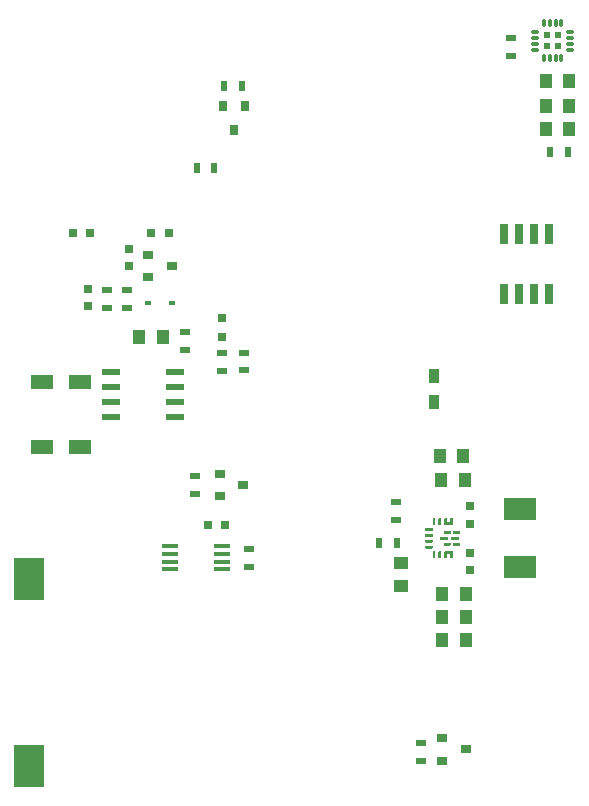
<source format=gbr>
G04 #@! TF.GenerationSoftware,KiCad,Pcbnew,5.1.2-f72e74a~84~ubuntu18.04.1*
G04 #@! TF.CreationDate,2019-05-05T12:37:34+12:00*
G04 #@! TF.ProjectId,pi-hat,70692d68-6174-42e6-9b69-6361645f7063,rev?*
G04 #@! TF.SameCoordinates,Original*
G04 #@! TF.FileFunction,Paste,Top*
G04 #@! TF.FilePolarity,Positive*
%FSLAX46Y46*%
G04 Gerber Fmt 4.6, Leading zero omitted, Abs format (unit mm)*
G04 Created by KiCad (PCBNEW 5.1.2-f72e74a~84~ubuntu18.04.1) date 2019-05-05 12:37:34*
%MOMM*%
%LPD*%
G04 APERTURE LIST*
%ADD10R,0.900000X1.200000*%
%ADD11R,0.720000X1.780000*%
%ADD12R,2.800000X1.900000*%
%ADD13C,0.100000*%
%ADD14C,0.250000*%
%ADD15R,0.540000X0.540000*%
%ADD16O,0.300000X0.750000*%
%ADD17O,0.750000X0.300000*%
%ADD18R,2.600000X3.540000*%
%ADD19R,2.600000X3.660000*%
%ADD20R,0.750000X0.800000*%
%ADD21R,1.000000X1.250000*%
%ADD22R,0.800000X0.750000*%
%ADD23R,1.250000X1.000000*%
%ADD24R,0.600000X0.450000*%
%ADD25R,0.800000X0.800000*%
%ADD26R,0.900000X0.500000*%
%ADD27R,0.500000X0.900000*%
%ADD28R,1.450000X0.450000*%
%ADD29R,0.900000X0.800000*%
%ADD30R,1.550000X0.600000*%
%ADD31R,1.900000X1.300000*%
%ADD32R,0.800000X0.900000*%
G04 APERTURE END LIST*
D10*
X142750000Y-140500000D03*
X142750000Y-138300000D03*
D11*
X152500000Y-126250000D03*
X151230000Y-126250000D03*
X149960000Y-126250000D03*
X148690000Y-126250000D03*
X148690000Y-131330000D03*
X149960000Y-131330000D03*
X151230000Y-131330000D03*
X152500000Y-131330000D03*
D12*
X150035568Y-149579229D03*
X150035568Y-154479229D03*
D13*
G36*
X144885469Y-152412469D02*
G01*
X144890323Y-152413189D01*
X144895082Y-152414381D01*
X144899702Y-152416034D01*
X144904138Y-152418132D01*
X144908347Y-152420655D01*
X144912288Y-152423577D01*
X144915923Y-152426873D01*
X144919219Y-152430508D01*
X144922141Y-152434449D01*
X144924664Y-152438658D01*
X144926762Y-152443094D01*
X144928415Y-152447714D01*
X144929607Y-152452473D01*
X144930327Y-152457327D01*
X144930568Y-152462228D01*
X144930568Y-152612228D01*
X144930327Y-152617129D01*
X144929607Y-152621983D01*
X144928415Y-152626742D01*
X144926762Y-152631362D01*
X144924664Y-152635798D01*
X144922141Y-152640007D01*
X144919219Y-152643948D01*
X144915923Y-152647583D01*
X144912288Y-152650879D01*
X144908347Y-152653801D01*
X144904138Y-152656324D01*
X144899702Y-152658422D01*
X144895082Y-152660075D01*
X144890323Y-152661267D01*
X144885469Y-152661987D01*
X144880568Y-152662228D01*
X144405568Y-152662228D01*
X144400667Y-152661987D01*
X144395813Y-152661267D01*
X144391054Y-152660075D01*
X144386434Y-152658422D01*
X144381998Y-152656324D01*
X144377789Y-152653801D01*
X144373848Y-152650879D01*
X144370213Y-152647583D01*
X144366917Y-152643948D01*
X144363995Y-152640007D01*
X144361472Y-152635798D01*
X144359374Y-152631362D01*
X144357721Y-152626742D01*
X144356529Y-152621983D01*
X144355809Y-152617129D01*
X144355568Y-152612228D01*
X144355568Y-152462228D01*
X144355809Y-152457327D01*
X144356529Y-152452473D01*
X144357721Y-152447714D01*
X144359374Y-152443094D01*
X144361472Y-152438658D01*
X144363995Y-152434449D01*
X144366917Y-152430508D01*
X144370213Y-152426873D01*
X144373848Y-152423577D01*
X144377789Y-152420655D01*
X144381998Y-152418132D01*
X144386434Y-152416034D01*
X144391054Y-152414381D01*
X144395813Y-152413189D01*
X144400667Y-152412469D01*
X144405568Y-152412228D01*
X144880568Y-152412228D01*
X144885469Y-152412469D01*
X144885469Y-152412469D01*
G37*
D14*
X144643068Y-152537228D03*
D13*
G36*
X144112469Y-152412469D02*
G01*
X144117323Y-152413189D01*
X144122082Y-152414381D01*
X144126702Y-152416034D01*
X144131138Y-152418132D01*
X144135347Y-152420655D01*
X144139288Y-152423577D01*
X144142923Y-152426873D01*
X144146219Y-152430508D01*
X144149141Y-152434449D01*
X144151664Y-152438658D01*
X144153762Y-152443094D01*
X144155415Y-152447714D01*
X144156607Y-152452473D01*
X144157327Y-152457327D01*
X144157568Y-152462228D01*
X144157568Y-152612228D01*
X144157327Y-152617129D01*
X144156607Y-152621983D01*
X144155415Y-152626742D01*
X144153762Y-152631362D01*
X144151664Y-152635798D01*
X144149141Y-152640007D01*
X144146219Y-152643948D01*
X144142923Y-152647583D01*
X144139288Y-152650879D01*
X144135347Y-152653801D01*
X144131138Y-152656324D01*
X144126702Y-152658422D01*
X144122082Y-152660075D01*
X144117323Y-152661267D01*
X144112469Y-152661987D01*
X144107568Y-152662228D01*
X143632568Y-152662228D01*
X143627667Y-152661987D01*
X143622813Y-152661267D01*
X143618054Y-152660075D01*
X143613434Y-152658422D01*
X143608998Y-152656324D01*
X143604789Y-152653801D01*
X143600848Y-152650879D01*
X143597213Y-152647583D01*
X143593917Y-152643948D01*
X143590995Y-152640007D01*
X143588472Y-152635798D01*
X143586374Y-152631362D01*
X143584721Y-152626742D01*
X143583529Y-152621983D01*
X143582809Y-152617129D01*
X143582568Y-152612228D01*
X143582568Y-152462228D01*
X143582809Y-152457327D01*
X143583529Y-152452473D01*
X143584721Y-152447714D01*
X143586374Y-152443094D01*
X143588472Y-152438658D01*
X143590995Y-152434449D01*
X143593917Y-152430508D01*
X143597213Y-152426873D01*
X143600848Y-152423577D01*
X143604789Y-152420655D01*
X143608998Y-152418132D01*
X143613434Y-152416034D01*
X143618054Y-152414381D01*
X143622813Y-152413189D01*
X143627667Y-152412469D01*
X143632568Y-152412228D01*
X144107568Y-152412228D01*
X144112469Y-152412469D01*
X144112469Y-152412469D01*
G37*
D14*
X143870068Y-152537228D03*
D13*
G36*
X144112469Y-151412469D02*
G01*
X144117323Y-151413189D01*
X144122082Y-151414381D01*
X144126702Y-151416034D01*
X144131138Y-151418132D01*
X144135347Y-151420655D01*
X144139288Y-151423577D01*
X144142923Y-151426873D01*
X144146219Y-151430508D01*
X144149141Y-151434449D01*
X144151664Y-151438658D01*
X144153762Y-151443094D01*
X144155415Y-151447714D01*
X144156607Y-151452473D01*
X144157327Y-151457327D01*
X144157568Y-151462228D01*
X144157568Y-151612228D01*
X144157327Y-151617129D01*
X144156607Y-151621983D01*
X144155415Y-151626742D01*
X144153762Y-151631362D01*
X144151664Y-151635798D01*
X144149141Y-151640007D01*
X144146219Y-151643948D01*
X144142923Y-151647583D01*
X144139288Y-151650879D01*
X144135347Y-151653801D01*
X144131138Y-151656324D01*
X144126702Y-151658422D01*
X144122082Y-151660075D01*
X144117323Y-151661267D01*
X144112469Y-151661987D01*
X144107568Y-151662228D01*
X143632568Y-151662228D01*
X143627667Y-151661987D01*
X143622813Y-151661267D01*
X143618054Y-151660075D01*
X143613434Y-151658422D01*
X143608998Y-151656324D01*
X143604789Y-151653801D01*
X143600848Y-151650879D01*
X143597213Y-151647583D01*
X143593917Y-151643948D01*
X143590995Y-151640007D01*
X143588472Y-151635798D01*
X143586374Y-151631362D01*
X143584721Y-151626742D01*
X143583529Y-151621983D01*
X143582809Y-151617129D01*
X143582568Y-151612228D01*
X143582568Y-151462228D01*
X143582809Y-151457327D01*
X143583529Y-151452473D01*
X143584721Y-151447714D01*
X143586374Y-151443094D01*
X143588472Y-151438658D01*
X143590995Y-151434449D01*
X143593917Y-151430508D01*
X143597213Y-151426873D01*
X143600848Y-151423577D01*
X143604789Y-151420655D01*
X143608998Y-151418132D01*
X143613434Y-151416034D01*
X143618054Y-151414381D01*
X143622813Y-151413189D01*
X143627667Y-151412469D01*
X143632568Y-151412228D01*
X144107568Y-151412228D01*
X144112469Y-151412469D01*
X144112469Y-151412469D01*
G37*
D14*
X143870068Y-151537228D03*
D13*
G36*
X144885469Y-151412469D02*
G01*
X144890323Y-151413189D01*
X144895082Y-151414381D01*
X144899702Y-151416034D01*
X144904138Y-151418132D01*
X144908347Y-151420655D01*
X144912288Y-151423577D01*
X144915923Y-151426873D01*
X144919219Y-151430508D01*
X144922141Y-151434449D01*
X144924664Y-151438658D01*
X144926762Y-151443094D01*
X144928415Y-151447714D01*
X144929607Y-151452473D01*
X144930327Y-151457327D01*
X144930568Y-151462228D01*
X144930568Y-151612228D01*
X144930327Y-151617129D01*
X144929607Y-151621983D01*
X144928415Y-151626742D01*
X144926762Y-151631362D01*
X144924664Y-151635798D01*
X144922141Y-151640007D01*
X144919219Y-151643948D01*
X144915923Y-151647583D01*
X144912288Y-151650879D01*
X144908347Y-151653801D01*
X144904138Y-151656324D01*
X144899702Y-151658422D01*
X144895082Y-151660075D01*
X144890323Y-151661267D01*
X144885469Y-151661987D01*
X144880568Y-151662228D01*
X144405568Y-151662228D01*
X144400667Y-151661987D01*
X144395813Y-151661267D01*
X144391054Y-151660075D01*
X144386434Y-151658422D01*
X144381998Y-151656324D01*
X144377789Y-151653801D01*
X144373848Y-151650879D01*
X144370213Y-151647583D01*
X144366917Y-151643948D01*
X144363995Y-151640007D01*
X144361472Y-151635798D01*
X144359374Y-151631362D01*
X144357721Y-151626742D01*
X144356529Y-151621983D01*
X144355809Y-151617129D01*
X144355568Y-151612228D01*
X144355568Y-151462228D01*
X144355809Y-151457327D01*
X144356529Y-151452473D01*
X144357721Y-151447714D01*
X144359374Y-151443094D01*
X144361472Y-151438658D01*
X144363995Y-151434449D01*
X144366917Y-151430508D01*
X144370213Y-151426873D01*
X144373848Y-151423577D01*
X144377789Y-151420655D01*
X144381998Y-151418132D01*
X144386434Y-151416034D01*
X144391054Y-151414381D01*
X144395813Y-151413189D01*
X144400667Y-151412469D01*
X144405568Y-151412228D01*
X144880568Y-151412228D01*
X144885469Y-151412469D01*
X144885469Y-151412469D01*
G37*
D14*
X144643068Y-151537228D03*
D13*
G36*
X144856969Y-151912469D02*
G01*
X144861823Y-151913189D01*
X144866582Y-151914381D01*
X144871202Y-151916034D01*
X144875638Y-151918132D01*
X144879847Y-151920655D01*
X144883788Y-151923577D01*
X144887423Y-151926873D01*
X144890719Y-151930508D01*
X144893641Y-151934449D01*
X144896164Y-151938658D01*
X144898262Y-151943094D01*
X144899915Y-151947714D01*
X144901107Y-151952473D01*
X144901827Y-151957327D01*
X144902068Y-151962228D01*
X144902068Y-152112228D01*
X144901827Y-152117129D01*
X144901107Y-152121983D01*
X144899915Y-152126742D01*
X144898262Y-152131362D01*
X144896164Y-152135798D01*
X144893641Y-152140007D01*
X144890719Y-152143948D01*
X144887423Y-152147583D01*
X144883788Y-152150879D01*
X144879847Y-152153801D01*
X144875638Y-152156324D01*
X144871202Y-152158422D01*
X144866582Y-152160075D01*
X144861823Y-152161267D01*
X144856969Y-152161987D01*
X144852068Y-152162228D01*
X144232068Y-152162228D01*
X144227167Y-152161987D01*
X144222313Y-152161267D01*
X144217554Y-152160075D01*
X144212934Y-152158422D01*
X144208498Y-152156324D01*
X144204289Y-152153801D01*
X144200348Y-152150879D01*
X144196713Y-152147583D01*
X144193417Y-152143948D01*
X144190495Y-152140007D01*
X144187972Y-152135798D01*
X144185874Y-152131362D01*
X144184221Y-152126742D01*
X144183029Y-152121983D01*
X144182309Y-152117129D01*
X144182068Y-152112228D01*
X144182068Y-151962228D01*
X144182309Y-151957327D01*
X144183029Y-151952473D01*
X144184221Y-151947714D01*
X144185874Y-151943094D01*
X144187972Y-151938658D01*
X144190495Y-151934449D01*
X144193417Y-151930508D01*
X144196713Y-151926873D01*
X144200348Y-151923577D01*
X144204289Y-151920655D01*
X144208498Y-151918132D01*
X144212934Y-151916034D01*
X144217554Y-151914381D01*
X144222313Y-151913189D01*
X144227167Y-151912469D01*
X144232068Y-151912228D01*
X144852068Y-151912228D01*
X144856969Y-151912469D01*
X144856969Y-151912469D01*
G37*
D14*
X144542068Y-152037228D03*
D13*
G36*
X143936969Y-151912469D02*
G01*
X143941823Y-151913189D01*
X143946582Y-151914381D01*
X143951202Y-151916034D01*
X143955638Y-151918132D01*
X143959847Y-151920655D01*
X143963788Y-151923577D01*
X143967423Y-151926873D01*
X143970719Y-151930508D01*
X143973641Y-151934449D01*
X143976164Y-151938658D01*
X143978262Y-151943094D01*
X143979915Y-151947714D01*
X143981107Y-151952473D01*
X143981827Y-151957327D01*
X143982068Y-151962228D01*
X143982068Y-152112228D01*
X143981827Y-152117129D01*
X143981107Y-152121983D01*
X143979915Y-152126742D01*
X143978262Y-152131362D01*
X143976164Y-152135798D01*
X143973641Y-152140007D01*
X143970719Y-152143948D01*
X143967423Y-152147583D01*
X143963788Y-152150879D01*
X143959847Y-152153801D01*
X143955638Y-152156324D01*
X143951202Y-152158422D01*
X143946582Y-152160075D01*
X143941823Y-152161267D01*
X143936969Y-152161987D01*
X143932068Y-152162228D01*
X143312068Y-152162228D01*
X143307167Y-152161987D01*
X143302313Y-152161267D01*
X143297554Y-152160075D01*
X143292934Y-152158422D01*
X143288498Y-152156324D01*
X143284289Y-152153801D01*
X143280348Y-152150879D01*
X143276713Y-152147583D01*
X143273417Y-152143948D01*
X143270495Y-152140007D01*
X143267972Y-152135798D01*
X143265874Y-152131362D01*
X143264221Y-152126742D01*
X143263029Y-152121983D01*
X143262309Y-152117129D01*
X143262068Y-152112228D01*
X143262068Y-151962228D01*
X143262309Y-151957327D01*
X143263029Y-151952473D01*
X143264221Y-151947714D01*
X143265874Y-151943094D01*
X143267972Y-151938658D01*
X143270495Y-151934449D01*
X143273417Y-151930508D01*
X143276713Y-151926873D01*
X143280348Y-151923577D01*
X143284289Y-151920655D01*
X143288498Y-151918132D01*
X143292934Y-151916034D01*
X143297554Y-151914381D01*
X143302313Y-151913189D01*
X143307167Y-151912469D01*
X143312068Y-151912228D01*
X143932068Y-151912228D01*
X143936969Y-151912469D01*
X143936969Y-151912469D01*
G37*
D14*
X143622068Y-152037228D03*
D13*
G36*
X143836969Y-150337469D02*
G01*
X143841823Y-150338189D01*
X143846582Y-150339381D01*
X143851202Y-150341034D01*
X143855638Y-150343132D01*
X143859847Y-150345655D01*
X143863788Y-150348577D01*
X143867423Y-150351873D01*
X143870719Y-150355508D01*
X143873641Y-150359449D01*
X143876164Y-150363658D01*
X143878262Y-150368094D01*
X143879915Y-150372714D01*
X143881107Y-150377473D01*
X143881827Y-150382327D01*
X143882068Y-150387228D01*
X143882068Y-150887228D01*
X143881827Y-150892129D01*
X143881107Y-150896983D01*
X143879915Y-150901742D01*
X143878262Y-150906362D01*
X143876164Y-150910798D01*
X143873641Y-150915007D01*
X143870719Y-150918948D01*
X143867423Y-150922583D01*
X143863788Y-150925879D01*
X143859847Y-150928801D01*
X143855638Y-150931324D01*
X143851202Y-150933422D01*
X143846582Y-150935075D01*
X143841823Y-150936267D01*
X143836969Y-150936987D01*
X143832068Y-150937228D01*
X143682068Y-150937228D01*
X143677167Y-150936987D01*
X143672313Y-150936267D01*
X143667554Y-150935075D01*
X143662934Y-150933422D01*
X143658498Y-150931324D01*
X143654289Y-150928801D01*
X143650348Y-150925879D01*
X143646713Y-150922583D01*
X143643417Y-150918948D01*
X143640495Y-150915007D01*
X143637972Y-150910798D01*
X143635874Y-150906362D01*
X143634221Y-150901742D01*
X143633029Y-150896983D01*
X143632309Y-150892129D01*
X143632068Y-150887228D01*
X143632068Y-150387228D01*
X143632309Y-150382327D01*
X143633029Y-150377473D01*
X143634221Y-150372714D01*
X143635874Y-150368094D01*
X143637972Y-150363658D01*
X143640495Y-150359449D01*
X143643417Y-150355508D01*
X143646713Y-150351873D01*
X143650348Y-150348577D01*
X143654289Y-150345655D01*
X143658498Y-150343132D01*
X143662934Y-150341034D01*
X143667554Y-150339381D01*
X143672313Y-150338189D01*
X143677167Y-150337469D01*
X143682068Y-150337228D01*
X143832068Y-150337228D01*
X143836969Y-150337469D01*
X143836969Y-150337469D01*
G37*
D14*
X143757068Y-150637228D03*
D13*
G36*
X144336969Y-150337469D02*
G01*
X144341823Y-150338189D01*
X144346582Y-150339381D01*
X144351202Y-150341034D01*
X144355638Y-150343132D01*
X144359847Y-150345655D01*
X144363788Y-150348577D01*
X144367423Y-150351873D01*
X144370719Y-150355508D01*
X144373641Y-150359449D01*
X144376164Y-150363658D01*
X144378262Y-150368094D01*
X144379915Y-150372714D01*
X144381107Y-150377473D01*
X144381827Y-150382327D01*
X144382068Y-150387228D01*
X144382068Y-150887228D01*
X144381827Y-150892129D01*
X144381107Y-150896983D01*
X144379915Y-150901742D01*
X144378262Y-150906362D01*
X144376164Y-150910798D01*
X144373641Y-150915007D01*
X144370719Y-150918948D01*
X144367423Y-150922583D01*
X144363788Y-150925879D01*
X144359847Y-150928801D01*
X144355638Y-150931324D01*
X144351202Y-150933422D01*
X144346582Y-150935075D01*
X144341823Y-150936267D01*
X144336969Y-150936987D01*
X144332068Y-150937228D01*
X144182068Y-150937228D01*
X144177167Y-150936987D01*
X144172313Y-150936267D01*
X144167554Y-150935075D01*
X144162934Y-150933422D01*
X144158498Y-150931324D01*
X144154289Y-150928801D01*
X144150348Y-150925879D01*
X144146713Y-150922583D01*
X144143417Y-150918948D01*
X144140495Y-150915007D01*
X144137972Y-150910798D01*
X144135874Y-150906362D01*
X144134221Y-150901742D01*
X144133029Y-150896983D01*
X144132309Y-150892129D01*
X144132068Y-150887228D01*
X144132068Y-150387228D01*
X144132309Y-150382327D01*
X144133029Y-150377473D01*
X144134221Y-150372714D01*
X144135874Y-150368094D01*
X144137972Y-150363658D01*
X144140495Y-150359449D01*
X144143417Y-150355508D01*
X144146713Y-150351873D01*
X144150348Y-150348577D01*
X144154289Y-150345655D01*
X144158498Y-150343132D01*
X144162934Y-150341034D01*
X144167554Y-150339381D01*
X144172313Y-150338189D01*
X144177167Y-150337469D01*
X144182068Y-150337228D01*
X144332068Y-150337228D01*
X144336969Y-150337469D01*
X144336969Y-150337469D01*
G37*
D14*
X144257068Y-150637228D03*
D13*
G36*
X144261969Y-150687469D02*
G01*
X144266823Y-150688189D01*
X144271582Y-150689381D01*
X144276202Y-150691034D01*
X144280638Y-150693132D01*
X144284847Y-150695655D01*
X144288788Y-150698577D01*
X144292423Y-150701873D01*
X144295719Y-150705508D01*
X144298641Y-150709449D01*
X144301164Y-150713658D01*
X144303262Y-150718094D01*
X144304915Y-150722714D01*
X144306107Y-150727473D01*
X144306827Y-150732327D01*
X144307068Y-150737228D01*
X144307068Y-150887228D01*
X144306827Y-150892129D01*
X144306107Y-150896983D01*
X144304915Y-150901742D01*
X144303262Y-150906362D01*
X144301164Y-150910798D01*
X144298641Y-150915007D01*
X144295719Y-150918948D01*
X144292423Y-150922583D01*
X144288788Y-150925879D01*
X144284847Y-150928801D01*
X144280638Y-150931324D01*
X144276202Y-150933422D01*
X144271582Y-150935075D01*
X144266823Y-150936267D01*
X144261969Y-150936987D01*
X144257068Y-150937228D01*
X143757068Y-150937228D01*
X143752167Y-150936987D01*
X143747313Y-150936267D01*
X143742554Y-150935075D01*
X143737934Y-150933422D01*
X143733498Y-150931324D01*
X143729289Y-150928801D01*
X143725348Y-150925879D01*
X143721713Y-150922583D01*
X143718417Y-150918948D01*
X143715495Y-150915007D01*
X143712972Y-150910798D01*
X143710874Y-150906362D01*
X143709221Y-150901742D01*
X143708029Y-150896983D01*
X143707309Y-150892129D01*
X143707068Y-150887228D01*
X143707068Y-150737228D01*
X143707309Y-150732327D01*
X143708029Y-150727473D01*
X143709221Y-150722714D01*
X143710874Y-150718094D01*
X143712972Y-150713658D01*
X143715495Y-150709449D01*
X143718417Y-150705508D01*
X143721713Y-150701873D01*
X143725348Y-150698577D01*
X143729289Y-150695655D01*
X143733498Y-150693132D01*
X143737934Y-150691034D01*
X143742554Y-150689381D01*
X143747313Y-150688189D01*
X143752167Y-150687469D01*
X143757068Y-150687228D01*
X144257068Y-150687228D01*
X144261969Y-150687469D01*
X144261969Y-150687469D01*
G37*
D14*
X144007068Y-150812228D03*
D13*
G36*
X144261969Y-153137469D02*
G01*
X144266823Y-153138189D01*
X144271582Y-153139381D01*
X144276202Y-153141034D01*
X144280638Y-153143132D01*
X144284847Y-153145655D01*
X144288788Y-153148577D01*
X144292423Y-153151873D01*
X144295719Y-153155508D01*
X144298641Y-153159449D01*
X144301164Y-153163658D01*
X144303262Y-153168094D01*
X144304915Y-153172714D01*
X144306107Y-153177473D01*
X144306827Y-153182327D01*
X144307068Y-153187228D01*
X144307068Y-153337228D01*
X144306827Y-153342129D01*
X144306107Y-153346983D01*
X144304915Y-153351742D01*
X144303262Y-153356362D01*
X144301164Y-153360798D01*
X144298641Y-153365007D01*
X144295719Y-153368948D01*
X144292423Y-153372583D01*
X144288788Y-153375879D01*
X144284847Y-153378801D01*
X144280638Y-153381324D01*
X144276202Y-153383422D01*
X144271582Y-153385075D01*
X144266823Y-153386267D01*
X144261969Y-153386987D01*
X144257068Y-153387228D01*
X143757068Y-153387228D01*
X143752167Y-153386987D01*
X143747313Y-153386267D01*
X143742554Y-153385075D01*
X143737934Y-153383422D01*
X143733498Y-153381324D01*
X143729289Y-153378801D01*
X143725348Y-153375879D01*
X143721713Y-153372583D01*
X143718417Y-153368948D01*
X143715495Y-153365007D01*
X143712972Y-153360798D01*
X143710874Y-153356362D01*
X143709221Y-153351742D01*
X143708029Y-153346983D01*
X143707309Y-153342129D01*
X143707068Y-153337228D01*
X143707068Y-153187228D01*
X143707309Y-153182327D01*
X143708029Y-153177473D01*
X143709221Y-153172714D01*
X143710874Y-153168094D01*
X143712972Y-153163658D01*
X143715495Y-153159449D01*
X143718417Y-153155508D01*
X143721713Y-153151873D01*
X143725348Y-153148577D01*
X143729289Y-153145655D01*
X143733498Y-153143132D01*
X143737934Y-153141034D01*
X143742554Y-153139381D01*
X143747313Y-153138189D01*
X143752167Y-153137469D01*
X143757068Y-153137228D01*
X144257068Y-153137228D01*
X144261969Y-153137469D01*
X144261969Y-153137469D01*
G37*
D14*
X144007068Y-153262228D03*
D13*
G36*
X142836969Y-150337469D02*
G01*
X142841823Y-150338189D01*
X142846582Y-150339381D01*
X142851202Y-150341034D01*
X142855638Y-150343132D01*
X142859847Y-150345655D01*
X142863788Y-150348577D01*
X142867423Y-150351873D01*
X142870719Y-150355508D01*
X142873641Y-150359449D01*
X142876164Y-150363658D01*
X142878262Y-150368094D01*
X142879915Y-150372714D01*
X142881107Y-150377473D01*
X142881827Y-150382327D01*
X142882068Y-150387228D01*
X142882068Y-150887228D01*
X142881827Y-150892129D01*
X142881107Y-150896983D01*
X142879915Y-150901742D01*
X142878262Y-150906362D01*
X142876164Y-150910798D01*
X142873641Y-150915007D01*
X142870719Y-150918948D01*
X142867423Y-150922583D01*
X142863788Y-150925879D01*
X142859847Y-150928801D01*
X142855638Y-150931324D01*
X142851202Y-150933422D01*
X142846582Y-150935075D01*
X142841823Y-150936267D01*
X142836969Y-150936987D01*
X142832068Y-150937228D01*
X142682068Y-150937228D01*
X142677167Y-150936987D01*
X142672313Y-150936267D01*
X142667554Y-150935075D01*
X142662934Y-150933422D01*
X142658498Y-150931324D01*
X142654289Y-150928801D01*
X142650348Y-150925879D01*
X142646713Y-150922583D01*
X142643417Y-150918948D01*
X142640495Y-150915007D01*
X142637972Y-150910798D01*
X142635874Y-150906362D01*
X142634221Y-150901742D01*
X142633029Y-150896983D01*
X142632309Y-150892129D01*
X142632068Y-150887228D01*
X142632068Y-150387228D01*
X142632309Y-150382327D01*
X142633029Y-150377473D01*
X142634221Y-150372714D01*
X142635874Y-150368094D01*
X142637972Y-150363658D01*
X142640495Y-150359449D01*
X142643417Y-150355508D01*
X142646713Y-150351873D01*
X142650348Y-150348577D01*
X142654289Y-150345655D01*
X142658498Y-150343132D01*
X142662934Y-150341034D01*
X142667554Y-150339381D01*
X142672313Y-150338189D01*
X142677167Y-150337469D01*
X142682068Y-150337228D01*
X142832068Y-150337228D01*
X142836969Y-150337469D01*
X142836969Y-150337469D01*
G37*
D14*
X142757068Y-150637228D03*
D13*
G36*
X143336969Y-150337469D02*
G01*
X143341823Y-150338189D01*
X143346582Y-150339381D01*
X143351202Y-150341034D01*
X143355638Y-150343132D01*
X143359847Y-150345655D01*
X143363788Y-150348577D01*
X143367423Y-150351873D01*
X143370719Y-150355508D01*
X143373641Y-150359449D01*
X143376164Y-150363658D01*
X143378262Y-150368094D01*
X143379915Y-150372714D01*
X143381107Y-150377473D01*
X143381827Y-150382327D01*
X143382068Y-150387228D01*
X143382068Y-150887228D01*
X143381827Y-150892129D01*
X143381107Y-150896983D01*
X143379915Y-150901742D01*
X143378262Y-150906362D01*
X143376164Y-150910798D01*
X143373641Y-150915007D01*
X143370719Y-150918948D01*
X143367423Y-150922583D01*
X143363788Y-150925879D01*
X143359847Y-150928801D01*
X143355638Y-150931324D01*
X143351202Y-150933422D01*
X143346582Y-150935075D01*
X143341823Y-150936267D01*
X143336969Y-150936987D01*
X143332068Y-150937228D01*
X143182068Y-150937228D01*
X143177167Y-150936987D01*
X143172313Y-150936267D01*
X143167554Y-150935075D01*
X143162934Y-150933422D01*
X143158498Y-150931324D01*
X143154289Y-150928801D01*
X143150348Y-150925879D01*
X143146713Y-150922583D01*
X143143417Y-150918948D01*
X143140495Y-150915007D01*
X143137972Y-150910798D01*
X143135874Y-150906362D01*
X143134221Y-150901742D01*
X143133029Y-150896983D01*
X143132309Y-150892129D01*
X143132068Y-150887228D01*
X143132068Y-150387228D01*
X143132309Y-150382327D01*
X143133029Y-150377473D01*
X143134221Y-150372714D01*
X143135874Y-150368094D01*
X143137972Y-150363658D01*
X143140495Y-150359449D01*
X143143417Y-150355508D01*
X143146713Y-150351873D01*
X143150348Y-150348577D01*
X143154289Y-150345655D01*
X143158498Y-150343132D01*
X143162934Y-150341034D01*
X143167554Y-150339381D01*
X143172313Y-150338189D01*
X143177167Y-150337469D01*
X143182068Y-150337228D01*
X143332068Y-150337228D01*
X143336969Y-150337469D01*
X143336969Y-150337469D01*
G37*
D14*
X143257068Y-150637228D03*
D13*
G36*
X144336969Y-153137469D02*
G01*
X144341823Y-153138189D01*
X144346582Y-153139381D01*
X144351202Y-153141034D01*
X144355638Y-153143132D01*
X144359847Y-153145655D01*
X144363788Y-153148577D01*
X144367423Y-153151873D01*
X144370719Y-153155508D01*
X144373641Y-153159449D01*
X144376164Y-153163658D01*
X144378262Y-153168094D01*
X144379915Y-153172714D01*
X144381107Y-153177473D01*
X144381827Y-153182327D01*
X144382068Y-153187228D01*
X144382068Y-153687228D01*
X144381827Y-153692129D01*
X144381107Y-153696983D01*
X144379915Y-153701742D01*
X144378262Y-153706362D01*
X144376164Y-153710798D01*
X144373641Y-153715007D01*
X144370719Y-153718948D01*
X144367423Y-153722583D01*
X144363788Y-153725879D01*
X144359847Y-153728801D01*
X144355638Y-153731324D01*
X144351202Y-153733422D01*
X144346582Y-153735075D01*
X144341823Y-153736267D01*
X144336969Y-153736987D01*
X144332068Y-153737228D01*
X144182068Y-153737228D01*
X144177167Y-153736987D01*
X144172313Y-153736267D01*
X144167554Y-153735075D01*
X144162934Y-153733422D01*
X144158498Y-153731324D01*
X144154289Y-153728801D01*
X144150348Y-153725879D01*
X144146713Y-153722583D01*
X144143417Y-153718948D01*
X144140495Y-153715007D01*
X144137972Y-153710798D01*
X144135874Y-153706362D01*
X144134221Y-153701742D01*
X144133029Y-153696983D01*
X144132309Y-153692129D01*
X144132068Y-153687228D01*
X144132068Y-153187228D01*
X144132309Y-153182327D01*
X144133029Y-153177473D01*
X144134221Y-153172714D01*
X144135874Y-153168094D01*
X144137972Y-153163658D01*
X144140495Y-153159449D01*
X144143417Y-153155508D01*
X144146713Y-153151873D01*
X144150348Y-153148577D01*
X144154289Y-153145655D01*
X144158498Y-153143132D01*
X144162934Y-153141034D01*
X144167554Y-153139381D01*
X144172313Y-153138189D01*
X144177167Y-153137469D01*
X144182068Y-153137228D01*
X144332068Y-153137228D01*
X144336969Y-153137469D01*
X144336969Y-153137469D01*
G37*
D14*
X144257068Y-153437228D03*
D13*
G36*
X143836969Y-153137469D02*
G01*
X143841823Y-153138189D01*
X143846582Y-153139381D01*
X143851202Y-153141034D01*
X143855638Y-153143132D01*
X143859847Y-153145655D01*
X143863788Y-153148577D01*
X143867423Y-153151873D01*
X143870719Y-153155508D01*
X143873641Y-153159449D01*
X143876164Y-153163658D01*
X143878262Y-153168094D01*
X143879915Y-153172714D01*
X143881107Y-153177473D01*
X143881827Y-153182327D01*
X143882068Y-153187228D01*
X143882068Y-153687228D01*
X143881827Y-153692129D01*
X143881107Y-153696983D01*
X143879915Y-153701742D01*
X143878262Y-153706362D01*
X143876164Y-153710798D01*
X143873641Y-153715007D01*
X143870719Y-153718948D01*
X143867423Y-153722583D01*
X143863788Y-153725879D01*
X143859847Y-153728801D01*
X143855638Y-153731324D01*
X143851202Y-153733422D01*
X143846582Y-153735075D01*
X143841823Y-153736267D01*
X143836969Y-153736987D01*
X143832068Y-153737228D01*
X143682068Y-153737228D01*
X143677167Y-153736987D01*
X143672313Y-153736267D01*
X143667554Y-153735075D01*
X143662934Y-153733422D01*
X143658498Y-153731324D01*
X143654289Y-153728801D01*
X143650348Y-153725879D01*
X143646713Y-153722583D01*
X143643417Y-153718948D01*
X143640495Y-153715007D01*
X143637972Y-153710798D01*
X143635874Y-153706362D01*
X143634221Y-153701742D01*
X143633029Y-153696983D01*
X143632309Y-153692129D01*
X143632068Y-153687228D01*
X143632068Y-153187228D01*
X143632309Y-153182327D01*
X143633029Y-153177473D01*
X143634221Y-153172714D01*
X143635874Y-153168094D01*
X143637972Y-153163658D01*
X143640495Y-153159449D01*
X143643417Y-153155508D01*
X143646713Y-153151873D01*
X143650348Y-153148577D01*
X143654289Y-153145655D01*
X143658498Y-153143132D01*
X143662934Y-153141034D01*
X143667554Y-153139381D01*
X143672313Y-153138189D01*
X143677167Y-153137469D01*
X143682068Y-153137228D01*
X143832068Y-153137228D01*
X143836969Y-153137469D01*
X143836969Y-153137469D01*
G37*
D14*
X143757068Y-153437228D03*
D13*
G36*
X143336969Y-153137469D02*
G01*
X143341823Y-153138189D01*
X143346582Y-153139381D01*
X143351202Y-153141034D01*
X143355638Y-153143132D01*
X143359847Y-153145655D01*
X143363788Y-153148577D01*
X143367423Y-153151873D01*
X143370719Y-153155508D01*
X143373641Y-153159449D01*
X143376164Y-153163658D01*
X143378262Y-153168094D01*
X143379915Y-153172714D01*
X143381107Y-153177473D01*
X143381827Y-153182327D01*
X143382068Y-153187228D01*
X143382068Y-153687228D01*
X143381827Y-153692129D01*
X143381107Y-153696983D01*
X143379915Y-153701742D01*
X143378262Y-153706362D01*
X143376164Y-153710798D01*
X143373641Y-153715007D01*
X143370719Y-153718948D01*
X143367423Y-153722583D01*
X143363788Y-153725879D01*
X143359847Y-153728801D01*
X143355638Y-153731324D01*
X143351202Y-153733422D01*
X143346582Y-153735075D01*
X143341823Y-153736267D01*
X143336969Y-153736987D01*
X143332068Y-153737228D01*
X143182068Y-153737228D01*
X143177167Y-153736987D01*
X143172313Y-153736267D01*
X143167554Y-153735075D01*
X143162934Y-153733422D01*
X143158498Y-153731324D01*
X143154289Y-153728801D01*
X143150348Y-153725879D01*
X143146713Y-153722583D01*
X143143417Y-153718948D01*
X143140495Y-153715007D01*
X143137972Y-153710798D01*
X143135874Y-153706362D01*
X143134221Y-153701742D01*
X143133029Y-153696983D01*
X143132309Y-153692129D01*
X143132068Y-153687228D01*
X143132068Y-153187228D01*
X143132309Y-153182327D01*
X143133029Y-153177473D01*
X143134221Y-153172714D01*
X143135874Y-153168094D01*
X143137972Y-153163658D01*
X143140495Y-153159449D01*
X143143417Y-153155508D01*
X143146713Y-153151873D01*
X143150348Y-153148577D01*
X143154289Y-153145655D01*
X143158498Y-153143132D01*
X143162934Y-153141034D01*
X143167554Y-153139381D01*
X143172313Y-153138189D01*
X143177167Y-153137469D01*
X143182068Y-153137228D01*
X143332068Y-153137228D01*
X143336969Y-153137469D01*
X143336969Y-153137469D01*
G37*
D14*
X143257068Y-153437228D03*
D13*
G36*
X142836969Y-153137469D02*
G01*
X142841823Y-153138189D01*
X142846582Y-153139381D01*
X142851202Y-153141034D01*
X142855638Y-153143132D01*
X142859847Y-153145655D01*
X142863788Y-153148577D01*
X142867423Y-153151873D01*
X142870719Y-153155508D01*
X142873641Y-153159449D01*
X142876164Y-153163658D01*
X142878262Y-153168094D01*
X142879915Y-153172714D01*
X142881107Y-153177473D01*
X142881827Y-153182327D01*
X142882068Y-153187228D01*
X142882068Y-153687228D01*
X142881827Y-153692129D01*
X142881107Y-153696983D01*
X142879915Y-153701742D01*
X142878262Y-153706362D01*
X142876164Y-153710798D01*
X142873641Y-153715007D01*
X142870719Y-153718948D01*
X142867423Y-153722583D01*
X142863788Y-153725879D01*
X142859847Y-153728801D01*
X142855638Y-153731324D01*
X142851202Y-153733422D01*
X142846582Y-153735075D01*
X142841823Y-153736267D01*
X142836969Y-153736987D01*
X142832068Y-153737228D01*
X142682068Y-153737228D01*
X142677167Y-153736987D01*
X142672313Y-153736267D01*
X142667554Y-153735075D01*
X142662934Y-153733422D01*
X142658498Y-153731324D01*
X142654289Y-153728801D01*
X142650348Y-153725879D01*
X142646713Y-153722583D01*
X142643417Y-153718948D01*
X142640495Y-153715007D01*
X142637972Y-153710798D01*
X142635874Y-153706362D01*
X142634221Y-153701742D01*
X142633029Y-153696983D01*
X142632309Y-153692129D01*
X142632068Y-153687228D01*
X142632068Y-153187228D01*
X142632309Y-153182327D01*
X142633029Y-153177473D01*
X142634221Y-153172714D01*
X142635874Y-153168094D01*
X142637972Y-153163658D01*
X142640495Y-153159449D01*
X142643417Y-153155508D01*
X142646713Y-153151873D01*
X142650348Y-153148577D01*
X142654289Y-153145655D01*
X142658498Y-153143132D01*
X142662934Y-153141034D01*
X142667554Y-153139381D01*
X142672313Y-153138189D01*
X142677167Y-153137469D01*
X142682068Y-153137228D01*
X142832068Y-153137228D01*
X142836969Y-153137469D01*
X142836969Y-153137469D01*
G37*
D14*
X142757068Y-153437228D03*
D13*
G36*
X142586969Y-152662469D02*
G01*
X142591823Y-152663189D01*
X142596582Y-152664381D01*
X142601202Y-152666034D01*
X142605638Y-152668132D01*
X142609847Y-152670655D01*
X142613788Y-152673577D01*
X142617423Y-152676873D01*
X142620719Y-152680508D01*
X142623641Y-152684449D01*
X142626164Y-152688658D01*
X142628262Y-152693094D01*
X142629915Y-152697714D01*
X142631107Y-152702473D01*
X142631827Y-152707327D01*
X142632068Y-152712228D01*
X142632068Y-152862228D01*
X142631827Y-152867129D01*
X142631107Y-152871983D01*
X142629915Y-152876742D01*
X142628262Y-152881362D01*
X142626164Y-152885798D01*
X142623641Y-152890007D01*
X142620719Y-152893948D01*
X142617423Y-152897583D01*
X142613788Y-152900879D01*
X142609847Y-152903801D01*
X142605638Y-152906324D01*
X142601202Y-152908422D01*
X142596582Y-152910075D01*
X142591823Y-152911267D01*
X142586969Y-152911987D01*
X142582068Y-152912228D01*
X142082068Y-152912228D01*
X142077167Y-152911987D01*
X142072313Y-152911267D01*
X142067554Y-152910075D01*
X142062934Y-152908422D01*
X142058498Y-152906324D01*
X142054289Y-152903801D01*
X142050348Y-152900879D01*
X142046713Y-152897583D01*
X142043417Y-152893948D01*
X142040495Y-152890007D01*
X142037972Y-152885798D01*
X142035874Y-152881362D01*
X142034221Y-152876742D01*
X142033029Y-152871983D01*
X142032309Y-152867129D01*
X142032068Y-152862228D01*
X142032068Y-152712228D01*
X142032309Y-152707327D01*
X142033029Y-152702473D01*
X142034221Y-152697714D01*
X142035874Y-152693094D01*
X142037972Y-152688658D01*
X142040495Y-152684449D01*
X142043417Y-152680508D01*
X142046713Y-152676873D01*
X142050348Y-152673577D01*
X142054289Y-152670655D01*
X142058498Y-152668132D01*
X142062934Y-152666034D01*
X142067554Y-152664381D01*
X142072313Y-152663189D01*
X142077167Y-152662469D01*
X142082068Y-152662228D01*
X142582068Y-152662228D01*
X142586969Y-152662469D01*
X142586969Y-152662469D01*
G37*
D14*
X142332068Y-152787228D03*
D13*
G36*
X142586969Y-152162469D02*
G01*
X142591823Y-152163189D01*
X142596582Y-152164381D01*
X142601202Y-152166034D01*
X142605638Y-152168132D01*
X142609847Y-152170655D01*
X142613788Y-152173577D01*
X142617423Y-152176873D01*
X142620719Y-152180508D01*
X142623641Y-152184449D01*
X142626164Y-152188658D01*
X142628262Y-152193094D01*
X142629915Y-152197714D01*
X142631107Y-152202473D01*
X142631827Y-152207327D01*
X142632068Y-152212228D01*
X142632068Y-152362228D01*
X142631827Y-152367129D01*
X142631107Y-152371983D01*
X142629915Y-152376742D01*
X142628262Y-152381362D01*
X142626164Y-152385798D01*
X142623641Y-152390007D01*
X142620719Y-152393948D01*
X142617423Y-152397583D01*
X142613788Y-152400879D01*
X142609847Y-152403801D01*
X142605638Y-152406324D01*
X142601202Y-152408422D01*
X142596582Y-152410075D01*
X142591823Y-152411267D01*
X142586969Y-152411987D01*
X142582068Y-152412228D01*
X142082068Y-152412228D01*
X142077167Y-152411987D01*
X142072313Y-152411267D01*
X142067554Y-152410075D01*
X142062934Y-152408422D01*
X142058498Y-152406324D01*
X142054289Y-152403801D01*
X142050348Y-152400879D01*
X142046713Y-152397583D01*
X142043417Y-152393948D01*
X142040495Y-152390007D01*
X142037972Y-152385798D01*
X142035874Y-152381362D01*
X142034221Y-152376742D01*
X142033029Y-152371983D01*
X142032309Y-152367129D01*
X142032068Y-152362228D01*
X142032068Y-152212228D01*
X142032309Y-152207327D01*
X142033029Y-152202473D01*
X142034221Y-152197714D01*
X142035874Y-152193094D01*
X142037972Y-152188658D01*
X142040495Y-152184449D01*
X142043417Y-152180508D01*
X142046713Y-152176873D01*
X142050348Y-152173577D01*
X142054289Y-152170655D01*
X142058498Y-152168132D01*
X142062934Y-152166034D01*
X142067554Y-152164381D01*
X142072313Y-152163189D01*
X142077167Y-152162469D01*
X142082068Y-152162228D01*
X142582068Y-152162228D01*
X142586969Y-152162469D01*
X142586969Y-152162469D01*
G37*
D14*
X142332068Y-152287228D03*
D13*
G36*
X142586969Y-151662469D02*
G01*
X142591823Y-151663189D01*
X142596582Y-151664381D01*
X142601202Y-151666034D01*
X142605638Y-151668132D01*
X142609847Y-151670655D01*
X142613788Y-151673577D01*
X142617423Y-151676873D01*
X142620719Y-151680508D01*
X142623641Y-151684449D01*
X142626164Y-151688658D01*
X142628262Y-151693094D01*
X142629915Y-151697714D01*
X142631107Y-151702473D01*
X142631827Y-151707327D01*
X142632068Y-151712228D01*
X142632068Y-151862228D01*
X142631827Y-151867129D01*
X142631107Y-151871983D01*
X142629915Y-151876742D01*
X142628262Y-151881362D01*
X142626164Y-151885798D01*
X142623641Y-151890007D01*
X142620719Y-151893948D01*
X142617423Y-151897583D01*
X142613788Y-151900879D01*
X142609847Y-151903801D01*
X142605638Y-151906324D01*
X142601202Y-151908422D01*
X142596582Y-151910075D01*
X142591823Y-151911267D01*
X142586969Y-151911987D01*
X142582068Y-151912228D01*
X142082068Y-151912228D01*
X142077167Y-151911987D01*
X142072313Y-151911267D01*
X142067554Y-151910075D01*
X142062934Y-151908422D01*
X142058498Y-151906324D01*
X142054289Y-151903801D01*
X142050348Y-151900879D01*
X142046713Y-151897583D01*
X142043417Y-151893948D01*
X142040495Y-151890007D01*
X142037972Y-151885798D01*
X142035874Y-151881362D01*
X142034221Y-151876742D01*
X142033029Y-151871983D01*
X142032309Y-151867129D01*
X142032068Y-151862228D01*
X142032068Y-151712228D01*
X142032309Y-151707327D01*
X142033029Y-151702473D01*
X142034221Y-151697714D01*
X142035874Y-151693094D01*
X142037972Y-151688658D01*
X142040495Y-151684449D01*
X142043417Y-151680508D01*
X142046713Y-151676873D01*
X142050348Y-151673577D01*
X142054289Y-151670655D01*
X142058498Y-151668132D01*
X142062934Y-151666034D01*
X142067554Y-151664381D01*
X142072313Y-151663189D01*
X142077167Y-151662469D01*
X142082068Y-151662228D01*
X142582068Y-151662228D01*
X142586969Y-151662469D01*
X142586969Y-151662469D01*
G37*
D14*
X142332068Y-151787228D03*
D13*
G36*
X142586969Y-151162469D02*
G01*
X142591823Y-151163189D01*
X142596582Y-151164381D01*
X142601202Y-151166034D01*
X142605638Y-151168132D01*
X142609847Y-151170655D01*
X142613788Y-151173577D01*
X142617423Y-151176873D01*
X142620719Y-151180508D01*
X142623641Y-151184449D01*
X142626164Y-151188658D01*
X142628262Y-151193094D01*
X142629915Y-151197714D01*
X142631107Y-151202473D01*
X142631827Y-151207327D01*
X142632068Y-151212228D01*
X142632068Y-151362228D01*
X142631827Y-151367129D01*
X142631107Y-151371983D01*
X142629915Y-151376742D01*
X142628262Y-151381362D01*
X142626164Y-151385798D01*
X142623641Y-151390007D01*
X142620719Y-151393948D01*
X142617423Y-151397583D01*
X142613788Y-151400879D01*
X142609847Y-151403801D01*
X142605638Y-151406324D01*
X142601202Y-151408422D01*
X142596582Y-151410075D01*
X142591823Y-151411267D01*
X142586969Y-151411987D01*
X142582068Y-151412228D01*
X142082068Y-151412228D01*
X142077167Y-151411987D01*
X142072313Y-151411267D01*
X142067554Y-151410075D01*
X142062934Y-151408422D01*
X142058498Y-151406324D01*
X142054289Y-151403801D01*
X142050348Y-151400879D01*
X142046713Y-151397583D01*
X142043417Y-151393948D01*
X142040495Y-151390007D01*
X142037972Y-151385798D01*
X142035874Y-151381362D01*
X142034221Y-151376742D01*
X142033029Y-151371983D01*
X142032309Y-151367129D01*
X142032068Y-151362228D01*
X142032068Y-151212228D01*
X142032309Y-151207327D01*
X142033029Y-151202473D01*
X142034221Y-151197714D01*
X142035874Y-151193094D01*
X142037972Y-151188658D01*
X142040495Y-151184449D01*
X142043417Y-151180508D01*
X142046713Y-151176873D01*
X142050348Y-151173577D01*
X142054289Y-151170655D01*
X142058498Y-151168132D01*
X142062934Y-151166034D01*
X142067554Y-151164381D01*
X142072313Y-151163189D01*
X142077167Y-151162469D01*
X142082068Y-151162228D01*
X142582068Y-151162228D01*
X142586969Y-151162469D01*
X142586969Y-151162469D01*
G37*
D14*
X142332068Y-151287228D03*
D15*
X152350000Y-109450000D03*
X152350000Y-110350000D03*
X153250000Y-109450000D03*
X153250000Y-110350000D03*
D16*
X152050000Y-108425000D03*
X152550000Y-108425000D03*
X153050000Y-108425000D03*
X153550000Y-108425000D03*
D17*
X154275000Y-109150000D03*
X154275000Y-109650000D03*
X154275000Y-110150000D03*
X154275000Y-110650000D03*
D16*
X153550000Y-111375000D03*
X153050000Y-111375000D03*
X152550000Y-111375000D03*
X152050000Y-111375000D03*
D17*
X151325000Y-110650000D03*
X151325000Y-110150000D03*
X151325000Y-109650000D03*
X151325000Y-109150000D03*
D18*
X108500000Y-171300000D03*
D19*
X108500000Y-155500000D03*
D20*
X113500000Y-132400000D03*
X113500000Y-130900000D03*
D21*
X119800000Y-135000000D03*
X117800000Y-135000000D03*
X154220456Y-115400423D03*
X152220456Y-115400423D03*
X152220456Y-117350423D03*
X154220456Y-117350423D03*
X154220457Y-113350423D03*
X152220457Y-113350423D03*
D22*
X125100000Y-150900000D03*
X123600000Y-150900000D03*
X118800000Y-126200000D03*
X120300000Y-126200000D03*
D20*
X116900000Y-129000000D03*
X116900000Y-127500000D03*
D22*
X113650000Y-126200000D03*
X112150000Y-126200000D03*
D21*
X145427568Y-158703228D03*
X143427568Y-158703228D03*
X143427569Y-156734728D03*
X145427569Y-156734728D03*
X145427569Y-160671728D03*
X143427569Y-160671728D03*
D23*
X140000000Y-156100000D03*
X140000000Y-154100000D03*
D20*
X145844568Y-154747728D03*
X145844568Y-153247728D03*
X145844569Y-150810728D03*
X145844569Y-149310728D03*
D21*
X143364068Y-147078729D03*
X145364068Y-147078729D03*
X145250000Y-145050000D03*
X143250000Y-145050000D03*
D24*
X120600000Y-132100000D03*
X118500000Y-132100000D03*
D25*
X124800000Y-135000000D03*
X124800000Y-133400000D03*
D26*
X116800000Y-131000000D03*
X116800000Y-132500000D03*
X127100000Y-152950000D03*
X127100000Y-154450000D03*
X122500000Y-148250000D03*
X122500000Y-146750000D03*
X115100000Y-131000000D03*
X115100000Y-132500000D03*
X126700000Y-137800000D03*
X126700000Y-136300000D03*
X124800000Y-137850000D03*
X124800000Y-136350000D03*
X149300000Y-111200000D03*
X149300000Y-109700000D03*
D27*
X124981826Y-113724386D03*
X126481826Y-113724386D03*
D26*
X121700000Y-136050000D03*
X121700000Y-134550000D03*
D27*
X152570457Y-119300423D03*
X154070457Y-119300423D03*
D26*
X141660000Y-169400000D03*
X141660000Y-170900000D03*
D27*
X139600000Y-152450000D03*
X138100000Y-152450000D03*
D26*
X139500000Y-148950000D03*
X139500000Y-150450000D03*
D28*
X120400000Y-152700000D03*
X120400000Y-153350000D03*
X120400000Y-154000000D03*
X120400000Y-154650000D03*
X124800000Y-154650000D03*
X124800000Y-154000000D03*
X124800000Y-153350000D03*
X124800000Y-152700000D03*
D29*
X118555001Y-128025001D03*
X118555001Y-129925001D03*
X120555001Y-128975001D03*
D30*
X115400000Y-137930000D03*
X115400000Y-139200000D03*
X115400000Y-140470000D03*
X115400000Y-141740000D03*
X120800000Y-141740000D03*
X120800000Y-140470000D03*
X120800000Y-139200000D03*
X120800000Y-137930000D03*
D31*
X109600000Y-138800000D03*
X109600000Y-144300000D03*
X112800000Y-144300000D03*
X112800000Y-138800000D03*
D27*
X122660000Y-120650000D03*
X124160000Y-120650000D03*
D32*
X126781826Y-115424386D03*
X124881826Y-115424386D03*
X125831826Y-117424386D03*
D29*
X124600000Y-146550000D03*
X124600000Y-148450000D03*
X126600000Y-147500000D03*
X145460000Y-169900000D03*
X143460000Y-170850000D03*
X143460000Y-168950000D03*
M02*

</source>
